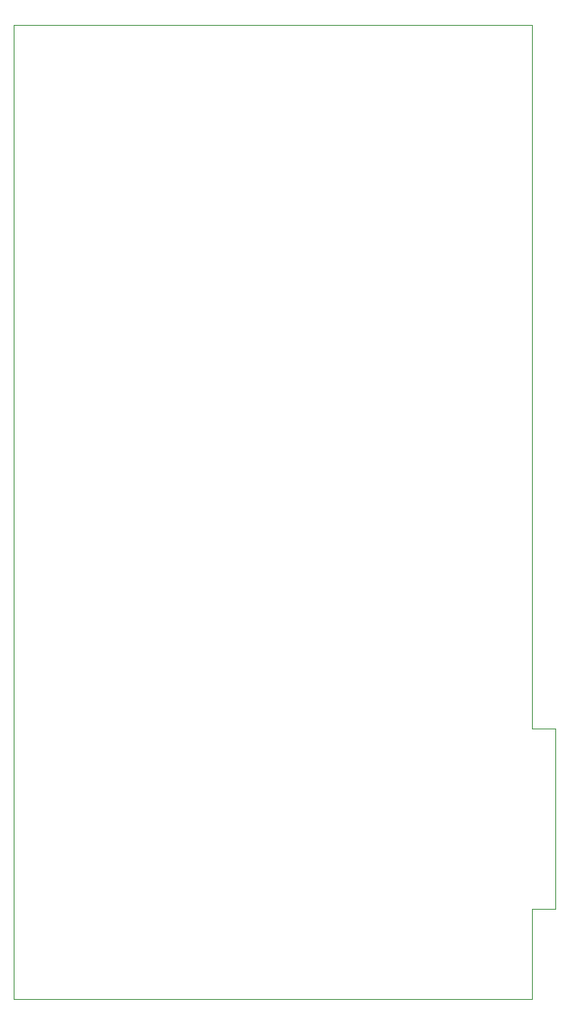
<source format=gbr>
%TF.GenerationSoftware,KiCad,Pcbnew,8.0.8*%
%TF.CreationDate,2025-02-20T18:43:26-05:00*%
%TF.ProjectId,pcb_v3,7063625f-7633-42e6-9b69-6361645f7063,rev?*%
%TF.SameCoordinates,Original*%
%TF.FileFunction,Profile,NP*%
%FSLAX46Y46*%
G04 Gerber Fmt 4.6, Leading zero omitted, Abs format (unit mm)*
G04 Created by KiCad (PCBNEW 8.0.8) date 2025-02-20 18:43:26*
%MOMM*%
%LPD*%
G01*
G04 APERTURE LIST*
%TA.AperFunction,Profile*%
%ADD10C,0.050000*%
%TD*%
G04 APERTURE END LIST*
D10*
X98500000Y-51000000D02*
X98500000Y-153500000D01*
X153000000Y-125000000D02*
X153000000Y-51000000D01*
X155500000Y-125000000D02*
X155500000Y-144000000D01*
X153000000Y-144000000D02*
X153000000Y-153500000D01*
X153000000Y-125000000D02*
X155500000Y-125000000D01*
X155500000Y-144000000D02*
X153000000Y-144000000D01*
X153000000Y-153500000D02*
X98500000Y-153500000D01*
X153000000Y-51000000D02*
X98500000Y-51000000D01*
M02*

</source>
